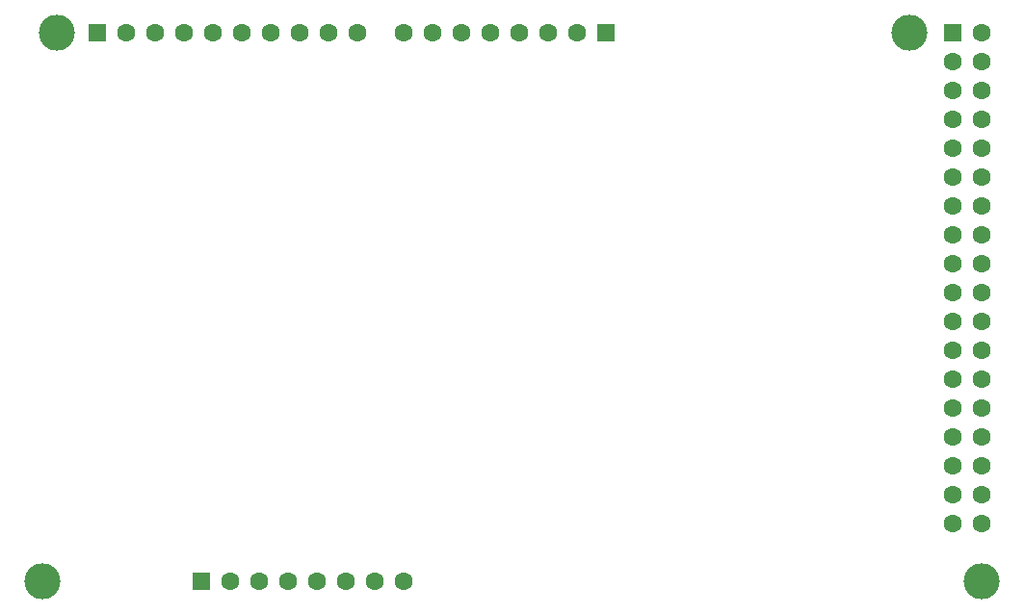
<source format=gbs>
G04 DipTrace 4.3.0.2*
G04 BottomMask.gbr*
%MOIN*%
G04 #@! TF.FileFunction,Soldermask,Bot*
G04 #@! TF.Part,Single*
%ADD28C,0.125*%
%ADD33C,0.063055*%
%ADD37R,0.063055X0.063055*%
%FSLAX26Y26*%
G04*
G70*
G90*
G75*
G01*
G04 BotMask*
%LPD*%
D28*
X600000Y2000000D3*
X550000Y100000D3*
X3550000Y2000000D3*
X3800000Y100000D3*
D37*
X1100000D3*
D33*
X1200000D3*
X1300000D3*
X1400000D3*
X1500000D3*
X1600000D3*
X1700000D3*
X1800000D3*
D37*
X2500000Y2000000D3*
D33*
X2400000D3*
X2300000D3*
X2200000D3*
X2100000D3*
X2000000D3*
X1900000D3*
X1800000D3*
D37*
X740000D3*
D33*
X840000D3*
X940000D3*
X1040000D3*
X1140000D3*
X1240000D3*
X1340000D3*
X1440000D3*
X1540000D3*
X1640000D3*
D37*
X3700000D3*
D33*
X3800000D3*
X3700000Y1900000D3*
X3800000D3*
X3700000Y1800000D3*
X3800000D3*
X3700000Y1700000D3*
X3800000D3*
X3700000Y1600000D3*
X3800000D3*
X3700000Y1500000D3*
X3800000D3*
X3700000Y1400000D3*
X3800000D3*
X3700000Y1300000D3*
X3800000D3*
X3700000Y1200000D3*
X3800000D3*
X3700000Y1100000D3*
X3800000D3*
X3700000Y1000000D3*
X3800000D3*
X3700000Y900000D3*
X3800000D3*
X3700000Y800000D3*
X3800000D3*
X3700000Y700000D3*
X3800000D3*
X3700000Y600000D3*
X3800000D3*
X3700000Y500000D3*
X3800000D3*
X3700000Y400000D3*
X3800000D3*
X3700000Y300000D3*
X3800000D3*
M02*

</source>
